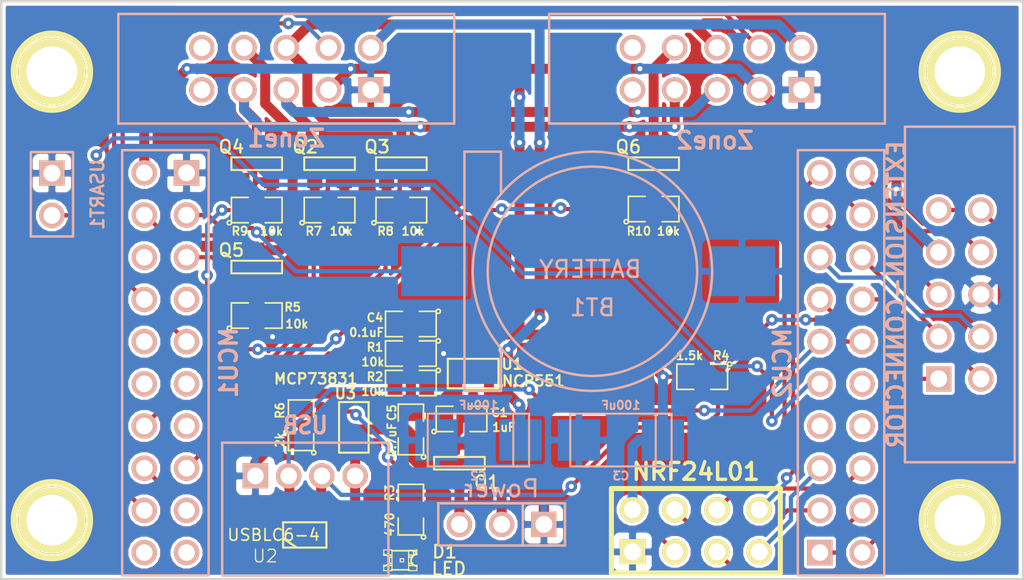
<source format=kicad_pcb>
(kicad_pcb (version 3) (host pcbnew "(2013-may-18)-stable")
  (layers (15 F.Cu signal) (0 B.Cu signal) (18 B.Paste user) (19 F.Paste user) (20 B.SilkS user) (21 F.SilkS user) (22 B.Mask user) (23 F.Mask user) (28 Edge.Cuts user))
  (net 0 "")
  (net 1 +3.3V)
  (net 2 +BATT)
  (net 3 GND)
  (net 4 N-000001)
  (net 5 N-0000010)
  (net 6 N-0000011)
  (net 7 N-0000012)
  (net 8 N-0000013)
  (net 9 N-0000014)
  (net 10 N-0000015)
  (net 11 N-0000016)
  (net 12 N-0000017)
  (net 13 N-0000018)
  (net 14 N-0000019)
  (net 15 N-000002)
  (net 16 N-0000022)
  (net 17 N-0000023)
  (net 18 N-0000024)
  (net 19 N-0000025)
  (net 20 N-0000026)
  (net 21 N-0000027)
  (net 22 N-0000028)
  (net 23 N-000003)
  (net 24 N-0000030)
  (net 25 N-0000031)
  (net 26 N-0000032)
  (net 27 N-0000034)
  (net 28 N-0000035)
  (net 29 N-0000036)
  (net 30 N-0000037)
  (net 31 N-0000038)
  (net 32 N-0000039)
  (net 33 N-000004)
  (net 34 N-0000040)
  (net 35 N-000005)
  (net 36 N-000006)
  (net 37 N-000007)
  (net 38 N-000008)
  (net 39 N-000009)
  (net 40 VCC)
  (module pin_array_10x2 (layer B.Cu) (at 106.14 59.1 90)
    (fp_text reference P6 hide)
    (fp_text value MCU2 (at -0.0312 -3.524 90) (layer B.SilkS) (effects (font (size 1.016 1.016) (thickness 0.2032)) (justify mirror)))
    (pad 1 thru_hole rect (at -11.43 -1.27 90) (size 1.524 1.524) (drill 1) (layers *.Cu *.Mask B.SilkS) (net 32 N-0000039))
    (pad 2 thru_hole circle (at -11.43 1.27 90) (size 1.524 1.524) (drill 1) (layers *.Cu *.Mask B.SilkS) (net 34 N-0000040))
    (pad 3 thru_hole circle (at -8.89 -1.27 90) (size 1.524 1.524) (drill 1) (layers *.Cu *.Mask B.SilkS) (net 6 N-0000011))
    (pad 4 thru_hole circle (at -8.89 1.27 90) (size 1.524 1.524) (drill 1) (layers *.Cu *.Mask B.SilkS) (net 7 N-0000012))
    (pad 5 thru_hole circle (at -6.35 -1.27 90) (size 1.524 1.524) (drill 1) (layers *.Cu *.Mask B.SilkS) (net 9 N-0000014))
    (pad 6 thru_hole circle (at -6.35 1.27 90) (size 1.524 1.524) (drill 1) (layers *.Cu *.Mask B.SilkS) (net 8 N-0000013))
    (pad 7 thru_hole circle (at -3.81 -1.27 90) (size 1.524 1.524) (drill 1) (layers *.Cu *.Mask B.SilkS))
    (pad 8 thru_hole circle (at -3.81 1.27 90) (size 1.524 1.524) (drill 1) (layers *.Cu *.Mask B.SilkS))
    (pad 9 thru_hole circle (at -1.27 -1.27 90) (size 1.524 1.524) (drill 1) (layers *.Cu *.Mask B.SilkS) (net 24 N-0000030))
    (pad 10 thru_hole circle (at -1.27 1.27 90) (size 1.524 1.524) (drill 1) (layers *.Cu *.Mask B.SilkS))
    (pad 11 thru_hole circle (at 1.27 -1.27 90) (size 1.524 1.524) (drill 1) (layers *.Cu *.Mask B.SilkS) (net 17 N-0000023))
    (pad 12 thru_hole circle (at 1.27 1.27 90) (size 1.524 1.524) (drill 1) (layers *.Cu *.Mask B.SilkS) (net 18 N-0000024))
    (pad 13 thru_hole circle (at 3.81 -1.27 90) (size 1.524 1.524) (drill 1) (layers *.Cu *.Mask B.SilkS) (net 10 N-0000015))
    (pad 14 thru_hole circle (at 3.81 1.27 90) (size 1.524 1.524) (drill 1) (layers *.Cu *.Mask B.SilkS) (net 11 N-0000016))
    (pad 15 thru_hole circle (at 6.35 -1.27 90) (size 1.524 1.524) (drill 1) (layers *.Cu *.Mask B.SilkS) (net 13 N-0000018))
    (pad 16 thru_hole circle (at 6.35 1.27 90) (size 1.524 1.524) (drill 1) (layers *.Cu *.Mask B.SilkS) (net 12 N-0000017))
    (pad 17 thru_hole circle (at 8.89 -1.27 90) (size 1.524 1.524) (drill 1) (layers *.Cu *.Mask B.SilkS) (net 14 N-0000019))
    (pad 18 thru_hole circle (at 8.89 1.27 90) (size 1.524 1.524) (drill 1) (layers *.Cu *.Mask B.SilkS) (net 5 N-0000010))
    (pad 19 thru_hole circle (at 11.43 -1.27 90) (size 1.524 1.524) (drill 1) (layers *.Cu *.Mask B.SilkS) (net 16 N-0000022))
    (pad 20 thru_hole circle (at 11.43 1.27 90) (size 1.524 1.524) (drill 1) (layers *.Cu *.Mask B.SilkS) (net 30 N-0000037))
  )
  (module pin_array_10x2 (layer B.Cu) (at 65.5 59.1 270)
    (fp_text reference P3 hide)
    (fp_text value MCU1 (at 0 -3.81 270) (layer B.SilkS) (effects (font (size 1.016 1.016) (thickness 0.2032)) (justify mirror)))
    (pad 1 thru_hole rect (at -11.43 -1.27 270) (size 1.524 1.524) (drill 1) (layers *.Cu *.Mask B.SilkS) (net 3 GND))
    (pad 2 thru_hole circle (at -11.43 1.27 270) (size 1.524 1.524) (drill 1) (layers *.Cu *.Mask B.SilkS) (net 1 +3.3V))
    (pad 3 thru_hole circle (at -8.89 -1.27 270) (size 1.524 1.524) (drill 1) (layers *.Cu *.Mask B.SilkS) (net 2 +BATT))
    (pad 4 thru_hole circle (at -8.89 1.27 270) (size 1.524 1.524) (drill 1) (layers *.Cu *.Mask B.SilkS) (net 26 N-0000032))
    (pad 5 thru_hole circle (at -6.35 -1.27 270) (size 1.524 1.524) (drill 1) (layers *.Cu *.Mask B.SilkS) (net 22 N-0000028))
    (pad 6 thru_hole circle (at -6.35 1.27 270) (size 1.524 1.524) (drill 1) (layers *.Cu *.Mask B.SilkS))
    (pad 7 thru_hole circle (at -3.81 -1.27 270) (size 1.524 1.524) (drill 1) (layers *.Cu *.Mask B.SilkS))
    (pad 8 thru_hole circle (at -3.81 1.27 270) (size 1.524 1.524) (drill 1) (layers *.Cu *.Mask B.SilkS) (net 36 N-000006))
    (pad 9 thru_hole circle (at -1.27 -1.27 270) (size 1.524 1.524) (drill 1) (layers *.Cu *.Mask B.SilkS) (net 29 N-0000036))
    (pad 10 thru_hole circle (at -1.27 1.27 270) (size 1.524 1.524) (drill 1) (layers *.Cu *.Mask B.SilkS))
    (pad 11 thru_hole circle (at 1.27 -1.27 270) (size 1.524 1.524) (drill 1) (layers *.Cu *.Mask B.SilkS))
    (pad 12 thru_hole circle (at 1.27 1.27 270) (size 1.524 1.524) (drill 1) (layers *.Cu *.Mask B.SilkS))
    (pad 13 thru_hole circle (at 3.81 -1.27 270) (size 1.524 1.524) (drill 1) (layers *.Cu *.Mask B.SilkS))
    (pad 14 thru_hole circle (at 3.81 1.27 270) (size 1.524 1.524) (drill 1) (layers *.Cu *.Mask B.SilkS) (net 33 N-000004))
    (pad 15 thru_hole circle (at 6.35 -1.27 270) (size 1.524 1.524) (drill 1) (layers *.Cu *.Mask B.SilkS) (net 23 N-000003))
    (pad 16 thru_hole circle (at 6.35 1.27 270) (size 1.524 1.524) (drill 1) (layers *.Cu *.Mask B.SilkS) (net 27 N-0000034))
    (pad 17 thru_hole circle (at 8.89 -1.27 270) (size 1.524 1.524) (drill 1) (layers *.Cu *.Mask B.SilkS))
    (pad 18 thru_hole circle (at 8.89 1.27 270) (size 1.524 1.524) (drill 1) (layers *.Cu *.Mask B.SilkS) (net 15 N-000002))
    (pad 19 thru_hole circle (at 11.43 -1.27 270) (size 1.524 1.524) (drill 1) (layers *.Cu *.Mask B.SilkS))
    (pad 20 thru_hole circle (at 11.43 1.27 270) (size 1.524 1.524) (drill 1) (layers *.Cu *.Mask B.SilkS))
  )
  (module SOT23GDS (layer F.Cu) (at 70.993 53.34 180)
    (fp_text reference Q5 (at 1.524 1.016 180) (layer F.SilkS) (effects (font (size 0.762 0.762) (thickness 0.12954))))
    (fp_text value MOS_N hide)
    (pad S smd rect (at -0.889 -1.016 180) (size 0.9144 0.9144) (layers F.Cu F.Paste F.Mask) (net 3 GND))
    (pad G smd rect (at 0.889 -1.016 180) (size 0.9144 0.9144) (layers F.Cu F.Paste F.Mask) (net 26 N-0000032))
    (pad D smd rect (at 0 1.016 180) (size 0.9144 0.9144) (layers F.Cu F.Paste F.Mask) (net 39 N-000009))
  )
  (module SOT23GDS (layer F.Cu) (at 94.869 47.117 180)
    (fp_text reference Q6 (at 1.524 1.016 180) (layer F.SilkS) (effects (font (size 0.762 0.762) (thickness 0.12954))))
    (fp_text value MOS_N hide)
    (pad S smd rect (at -0.889 -1.016 180) (size 0.9144 0.9144) (layers F.Cu F.Paste F.Mask) (net 3 GND))
    (pad G smd rect (at 0.889 -1.016 180) (size 0.9144 0.9144) (layers F.Cu F.Paste F.Mask) (net 22 N-0000028))
    (pad D smd rect (at 0 1.016 180) (size 0.9144 0.9144) (layers F.Cu F.Paste F.Mask) (net 28 N-0000035))
  )
  (module SOT23GDS (layer F.Cu) (at 79.6925 47.117 180)
    (fp_text reference Q3 (at 1.4605 1.016 180) (layer F.SilkS) (effects (font (size 0.762 0.762) (thickness 0.12954))))
    (fp_text value MOS_N hide)
    (pad S smd rect (at -0.889 -1.016 180) (size 0.9144 0.9144) (layers F.Cu F.Paste F.Mask) (net 3 GND))
    (pad G smd rect (at 0.889 -1.016 180) (size 0.9144 0.9144) (layers F.Cu F.Paste F.Mask) (net 23 N-000003))
    (pad D smd rect (at 0 1.016 180) (size 0.9144 0.9144) (layers F.Cu F.Paste F.Mask) (net 37 N-000007))
  )
  (module SOT23GDS (layer F.Cu) (at 70.993 47.117 180)
    (fp_text reference Q4 (at 1.524 1.016 180) (layer F.SilkS) (effects (font (size 0.762 0.762) (thickness 0.12954))))
    (fp_text value MOS_N hide)
    (pad S smd rect (at -0.889 -1.016 180) (size 0.9144 0.9144) (layers F.Cu F.Paste F.Mask) (net 3 GND))
    (pad G smd rect (at 0.889 -1.016 180) (size 0.9144 0.9144) (layers F.Cu F.Paste F.Mask) (net 15 N-000002))
    (pad D smd rect (at 0 1.016 180) (size 0.9144 0.9144) (layers F.Cu F.Paste F.Mask) (net 4 N-000001))
  )
  (module SOT23GDS (layer F.Cu) (at 83.185 65.151)
    (fp_text reference Q1 (at 1.651 1.143) (layer F.SilkS) (effects (font (size 0.762 0.762) (thickness 0.12954))))
    (fp_text value MOSFET_P hide)
    (pad S smd rect (at -0.889 -1.016) (size 0.9144 0.9144) (layers F.Cu F.Paste F.Mask) (net 40 VCC))
    (pad G smd rect (at 0.889 -1.016) (size 0.9144 0.9144) (layers F.Cu F.Paste F.Mask) (net 3 GND))
    (pad D smd rect (at 0 1.016) (size 0.9144 0.9144) (layers F.Cu F.Paste F.Mask) (net 35 N-000005))
  )
  (module SOT23GDS (layer F.Cu) (at 75.3745 47.117 180)
    (fp_text reference Q2 (at 1.4605 1.016 180) (layer F.SilkS) (effects (font (size 0.762 0.762) (thickness 0.12954))))
    (fp_text value MOS_N hide)
    (pad S smd rect (at -0.889 -1.016 180) (size 0.9144 0.9144) (layers F.Cu F.Paste F.Mask) (net 3 GND))
    (pad G smd rect (at 0.889 -1.016 180) (size 0.9144 0.9144) (layers F.Cu F.Paste F.Mask) (net 33 N-000004))
    (pad D smd rect (at 0 1.016 180) (size 0.9144 0.9144) (layers F.Cu F.Paste F.Mask) (net 38 N-000008))
  )
  (module SOT23_6 (layer F.Cu) (at 73.914 69.469)
    (fp_text reference U2 (at -2.413 1.27) (layer F.SilkS) (effects (font (size 0.762 0.762) (thickness 0.0762))))
    (fp_text value USBLC6-4 (at -1.905 0) (layer F.SilkS) (effects (font (size 0.7 0.7) (thickness 0.1))))
    (pad 6 smd rect (at -0.9525 -1.27) (size 0.70104 1.00076) (layers F.Cu F.Paste F.Mask) (net 17 N-0000023))
    (pad 5 smd rect (at 0 -1.27) (size 0.70104 1.00076) (layers F.Cu F.Paste F.Mask) (net 31 N-0000038))
    (pad 4 smd rect (at 0.9525 -1.27) (size 0.70104 1.00076) (layers F.Cu F.Paste F.Mask) (net 18 N-0000024))
    (pad 3 smd rect (at 0.9525 1.27) (size 0.70104 1.00076) (layers F.Cu F.Paste F.Mask))
    (pad 2 smd rect (at 0 1.27) (size 0.70104 1.00076) (layers F.Cu F.Paste F.Mask))
    (pad 1 smd rect (at -0.9525 1.27) (size 0.70104 1.00076) (layers F.Cu F.Paste F.Mask))
  )
  (module SOT23-5 (layer F.Cu) (at 84.0105 59.7535)
    (fp_text reference U1 (at 2.3495 -0.5715) (layer F.SilkS) (effects (font (size 0.635 0.635) (thickness 0.127))))
    (fp_text value NCP551 (at 3.6195 0.4445) (layer F.SilkS) (effects (font (size 0.635 0.635) (thickness 0.127))))
    (pad 1 smd rect (at -0.9525 1.27) (size 0.508 0.762) (layers F.Cu F.Paste F.Mask) (net 40 VCC))
    (pad 3 smd rect (at 0.9525 1.27) (size 0.508 0.762) (layers F.Cu F.Paste F.Mask) (net 40 VCC))
    (pad 5 smd rect (at -0.9525 -1.27) (size 0.508 0.762) (layers F.Cu F.Paste F.Mask) (net 1 +3.3V))
    (pad 2 smd rect (at 0 1.27) (size 0.508 0.762) (layers F.Cu F.Paste F.Mask) (net 3 GND))
    (pad 4 smd rect (at 0.9525 -1.27) (size 0.508 0.762) (layers F.Cu F.Paste F.Mask))
  )
  (module SOT23-5 (layer F.Cu) (at 76.835 62.992 270)
    (fp_text reference U3 (at -2.032 0.508 360) (layer F.SilkS) (effects (font (size 0.635 0.635) (thickness 0.127))))
    (fp_text value MCP73831 (at -2.921 2.286 360) (layer F.SilkS) (effects (font (size 0.635 0.635) (thickness 0.127))))
    (pad 1 smd rect (at -0.9525 1.27 270) (size 0.508 0.762) (layers F.Cu F.Paste F.Mask) (net 21 N-0000027))
    (pad 3 smd rect (at 0.9525 1.27 270) (size 0.508 0.762) (layers F.Cu F.Paste F.Mask) (net 19 N-0000025))
    (pad 5 smd rect (at -0.9525 -1.27 270) (size 0.508 0.762) (layers F.Cu F.Paste F.Mask) (net 20 N-0000026))
    (pad 2 smd rect (at 0 1.27 270) (size 0.508 0.762) (layers F.Cu F.Paste F.Mask) (net 3 GND))
    (pad 4 smd rect (at 0.9525 -1.27 270) (size 0.508 0.762) (layers F.Cu F.Paste F.Mask) (net 31 N-0000038))
  )
  (module SM0805 (layer F.Cu) (at 80.264 60.325 180)
    (fp_text reference R2 (at 2.159 0.381 180) (layer F.SilkS) (effects (font (size 0.50038 0.50038) (thickness 0.10922))))
    (fp_text value 10k (at 2.286 -0.508 180) (layer F.SilkS) (effects (font (size 0.50038 0.50038) (thickness 0.10922))))
    (pad 1 smd rect (at -0.9525 0 180) (size 0.889 1.397) (layers F.Cu F.Paste F.Mask) (net 40 VCC))
    (pad 2 smd rect (at 0.9525 0 180) (size 0.889 1.397) (layers F.Cu F.Paste F.Mask) (net 27 N-0000034))
  )
  (module SM0805 (layer F.Cu) (at 79.6925 49.911)
    (fp_text reference R8 (at -0.9525 1.27) (layer F.SilkS) (effects (font (size 0.50038 0.50038) (thickness 0.10922))))
    (fp_text value 10k (at 0.6985 1.27) (layer F.SilkS) (effects (font (size 0.50038 0.50038) (thickness 0.10922))))
    (pad 1 smd rect (at -0.9525 0) (size 0.889 1.397) (layers F.Cu F.Paste F.Mask) (net 23 N-000003))
    (pad 2 smd rect (at 0.9525 0) (size 0.889 1.397) (layers F.Cu F.Paste F.Mask) (net 3 GND))
  )
  (module SM0805 (layer F.Cu) (at 97.79 59.944 180)
    (fp_text reference R4 (at -1.143 1.27 180) (layer F.SilkS) (effects (font (size 0.50038 0.50038) (thickness 0.10922))))
    (fp_text value 1.5k (at 0.762 1.27 180) (layer F.SilkS) (effects (font (size 0.50038 0.50038) (thickness 0.10922))))
    (pad 1 smd rect (at -0.9525 0 180) (size 0.889 1.397) (layers F.Cu F.Paste F.Mask) (net 18 N-0000024))
    (pad 2 smd rect (at 0.9525 0 180) (size 0.889 1.397) (layers F.Cu F.Paste F.Mask) (net 1 +3.3V))
  )
  (module SM0805 (layer F.Cu) (at 80.264 63.119 90)
    (fp_text reference C5 (at 1.016 -1.143 90) (layer F.SilkS) (effects (font (size 0.50038 0.50038) (thickness 0.10922))))
    (fp_text value 4.7uF (at -0.635 -1.143 90) (layer F.SilkS) (effects (font (size 0.50038 0.50038) (thickness 0.10922))))
    (pad 1 smd rect (at -0.9525 0 90) (size 0.889 1.397) (layers F.Cu F.Paste F.Mask) (net 19 N-0000025))
    (pad 2 smd rect (at 0.9525 0 90) (size 0.889 1.397) (layers F.Cu F.Paste F.Mask) (net 20 N-0000026))
  )
  (module SM0805 (layer F.Cu) (at 73.66 62.865 90)
    (fp_text reference R6 (at 0.889 -1.27 90) (layer F.SilkS) (effects (font (size 0.50038 0.50038) (thickness 0.10922))))
    (fp_text value 2k (at -0.889 -1.27 90) (layer F.SilkS) (effects (font (size 0.50038 0.50038) (thickness 0.10922))))
    (pad 1 smd rect (at -0.9525 0 90) (size 0.889 1.397) (layers F.Cu F.Paste F.Mask) (net 3 GND))
    (pad 2 smd rect (at 0.9525 0 90) (size 0.889 1.397) (layers F.Cu F.Paste F.Mask) (net 20 N-0000026))
  )
  (module SM0805 (layer F.Cu) (at 80.264 67.945 90)
    (fp_text reference R3 (at 1.016 -1.27 90) (layer F.SilkS) (effects (font (size 0.50038 0.50038) (thickness 0.10922))))
    (fp_text value 470 (at -0.889 -1.27 90) (layer F.SilkS) (effects (font (size 0.50038 0.50038) (thickness 0.10922))))
    (pad 1 smd rect (at -0.9525 0 90) (size 0.889 1.397) (layers F.Cu F.Paste F.Mask) (net 25 N-0000031))
    (pad 2 smd rect (at 0.9525 0 90) (size 0.889 1.397) (layers F.Cu F.Paste F.Mask) (net 21 N-0000027))
  )
  (module SM0805 (layer F.Cu) (at 70.993 49.911)
    (fp_text reference R9 (at -1.016 1.27) (layer F.SilkS) (effects (font (size 0.50038 0.50038) (thickness 0.10922))))
    (fp_text value 10k (at 0.889 1.27) (layer F.SilkS) (effects (font (size 0.50038 0.50038) (thickness 0.10922))))
    (pad 1 smd rect (at -0.9525 0) (size 0.889 1.397) (layers F.Cu F.Paste F.Mask) (net 15 N-000002))
    (pad 2 smd rect (at 0.9525 0) (size 0.889 1.397) (layers F.Cu F.Paste F.Mask) (net 3 GND))
  )
  (module SM0805 (layer F.Cu) (at 80.264 56.769 180)
    (fp_text reference C4 (at 2.159 0.381 180) (layer F.SilkS) (effects (font (size 0.50038 0.50038) (thickness 0.10922))))
    (fp_text value 0.1uF (at 2.667 -0.508 180) (layer F.SilkS) (effects (font (size 0.50038 0.50038) (thickness 0.10922))))
    (pad 1 smd rect (at -0.9525 0 180) (size 0.889 1.397) (layers F.Cu F.Paste F.Mask) (net 3 GND))
    (pad 2 smd rect (at 0.9525 0 180) (size 0.889 1.397) (layers F.Cu F.Paste F.Mask) (net 27 N-0000034))
  )
  (module SM0805 (layer F.Cu) (at 80.264 58.547 180)
    (fp_text reference R1 (at 2.159 0.381 180) (layer F.SilkS) (effects (font (size 0.50038 0.50038) (thickness 0.10922))))
    (fp_text value 10k (at 2.286 -0.508 180) (layer F.SilkS) (effects (font (size 0.50038 0.50038) (thickness 0.10922))))
    (pad 1 smd rect (at -0.9525 0 180) (size 0.889 1.397) (layers F.Cu F.Paste F.Mask) (net 3 GND))
    (pad 2 smd rect (at 0.9525 0 180) (size 0.889 1.397) (layers F.Cu F.Paste F.Mask) (net 27 N-0000034))
  )
  (module SM0805 (layer F.Cu) (at 75.3745 49.911)
    (fp_text reference R7 (at -0.9525 1.27) (layer F.SilkS) (effects (font (size 0.50038 0.50038) (thickness 0.10922))))
    (fp_text value 10k (at 0.6985 1.27) (layer F.SilkS) (effects (font (size 0.50038 0.50038) (thickness 0.10922))))
    (pad 1 smd rect (at -0.9525 0) (size 0.889 1.397) (layers F.Cu F.Paste F.Mask) (net 33 N-000004))
    (pad 2 smd rect (at 0.9525 0) (size 0.889 1.397) (layers F.Cu F.Paste F.Mask) (net 3 GND))
  )
  (module SM0805 (layer F.Cu) (at 83.312 62.484)
    (fp_text reference C1 (at 2.286 -0.381) (layer F.SilkS) (effects (font (size 0.50038 0.50038) (thickness 0.10922))))
    (fp_text value 1uF (at 2.54 0.508) (layer F.SilkS) (effects (font (size 0.50038 0.50038) (thickness 0.10922))))
    (pad 1 smd rect (at -0.9525 0) (size 0.889 1.397) (layers F.Cu F.Paste F.Mask) (net 40 VCC))
    (pad 2 smd rect (at 0.9525 0) (size 0.889 1.397) (layers F.Cu F.Paste F.Mask) (net 3 GND))
  )
  (module SM0805 (layer F.Cu) (at 70.993 56.261)
    (fp_text reference R5 (at 2.159 -0.508) (layer F.SilkS) (effects (font (size 0.50038 0.50038) (thickness 0.10922))))
    (fp_text value 10k (at 2.413 0.508) (layer F.SilkS) (effects (font (size 0.50038 0.50038) (thickness 0.10922))))
    (pad 1 smd rect (at -0.9525 0) (size 0.889 1.397) (layers F.Cu F.Paste F.Mask) (net 26 N-0000032))
    (pad 2 smd rect (at 0.9525 0) (size 0.889 1.397) (layers F.Cu F.Paste F.Mask) (net 3 GND))
  )
  (module pin_array_4x2 (layer F.Cu) (at 97.409 69.215)
    (fp_text reference P8 hide)
    (fp_text value NRF24L01 (at 0 -3.556) (layer F.SilkS) (effects (font (size 1.016 1.016) (thickness 0.2032))))
    (pad 1 thru_hole rect (at -3.81 1.27) (size 1.524 1.524) (drill 1.016) (layers *.Cu *.Mask F.SilkS) (net 3 GND))
    (pad 2 thru_hole circle (at -3.81 -1.27) (size 1.524 1.524) (drill 1.016) (layers *.Cu *.Mask F.SilkS) (net 1 +3.3V))
    (pad 3 thru_hole circle (at -1.27 1.27) (size 1.524 1.524) (drill 1.016) (layers *.Cu *.Mask F.SilkS) (net 5 N-0000010))
    (pad 4 thru_hole circle (at -1.27 -1.27) (size 1.524 1.524) (drill 1.016) (layers *.Cu *.Mask F.SilkS) (net 6 N-0000011))
    (pad 5 thru_hole circle (at 1.27 1.27) (size 1.524 1.524) (drill 1.016) (layers *.Cu *.Mask F.SilkS) (net 7 N-0000012))
    (pad 6 thru_hole circle (at 1.27 -1.27) (size 1.524 1.524) (drill 1.016) (layers *.Cu *.Mask F.SilkS) (net 8 N-0000013))
    (pad 7 thru_hole circle (at 3.81 1.27) (size 1.524 1.524) (drill 1.016) (layers *.Cu *.Mask F.SilkS) (net 9 N-0000014))
    (pad 8 thru_hole circle (at 3.81 -1.27) (size 1.524 1.524) (drill 1.016) (layers *.Cu *.Mask F.SilkS) (net 16 N-0000022))
  )
  (module PIN_ARRAY_3X1 (layer B.Cu) (at 85.725 68.834 180)
    (fp_text reference K1 hide)
    (fp_text value Power (at 0 2.159 180) (layer B.SilkS) (effects (font (size 1.016 1.016) (thickness 0.1524)) (justify mirror)))
    (pad 1 thru_hole rect (at -2.54 0 180) (size 1.524 1.524) (drill 1.016) (layers *.Cu *.Mask B.SilkS) (net 3 GND))
    (pad 2 thru_hole circle (at 0 0 180) (size 1.524 1.524) (drill 1.016) (layers *.Cu *.Mask B.SilkS) (net 19 N-0000025))
    (pad 3 thru_hole circle (at 2.54 0 180) (size 1.524 1.524) (drill 1.016) (layers *.Cu *.Mask B.SilkS) (net 35 N-000005))
  )
  (module PIN_ARRAY_2X1 (layer B.Cu) (at 58.674 48.9585 270)
    (fp_text reference P4 hide)
    (fp_text value USART1 (at 0.0127 -2.7432 270) (layer B.SilkS) (effects (font (size 0.762 0.762) (thickness 0.1524)) (justify mirror)))
    (pad 1 thru_hole rect (at -1.27 0 270) (size 1.524 1.524) (drill 1.016) (layers *.Cu *.Mask B.SilkS) (net 3 GND))
    (pad 2 thru_hole circle (at 1.27 0 270) (size 1.524 1.524) (drill 1.016) (layers *.Cu *.Mask B.SilkS) (net 24 N-0000030))
  )
  (module LED-0805 (layer F.Cu) (at 79.629 70.993)
    (fp_text reference D1 (at 2.667 -0.508) (layer F.SilkS) (effects (font (size 0.762 0.762) (thickness 0.127))))
    (fp_text value LED (at 2.921 0.508) (layer F.SilkS) (effects (font (size 0.762 0.762) (thickness 0.127))))
    (pad 1 smd rect (at -1.04902 0) (size 1.19888 1.19888) (layers F.Cu F.Paste F.Mask) (net 31 N-0000038))
    (pad 2 smd rect (at 1.04902 0) (size 1.19888 1.19888) (layers F.Cu F.Paste F.Mask) (net 25 N-0000031))
  )
  (module CR1220-smd (layer B.Cu) (at 91.186 53.594)
    (fp_text reference BT1 (at 0 2.1844) (layer B.SilkS) (effects (justify mirror)))
    (fp_text value BATTERY (at -0.127 -0.127) (layer B.SilkS) (effects (justify mirror)))
    (pad 1 smd rect (at -9.5 0) (size 4 3) (layers B.Cu B.Paste B.Mask) (net 2 +BATT))
    (pad 2 smd rect (at 9 0) (size 4 3) (layers B.Cu B.Paste B.Mask) (net 3 GND))
  )
  (module c_tant_C (layer B.Cu) (at 84.328 63.754)
    (fp_text reference C2 (at 0 2.159) (layer B.SilkS) (effects (font (size 0.50038 0.50038) (thickness 0.11938)) (justify mirror)))
    (fp_text value 100uF (at 0 -2.0955) (layer B.SilkS) (effects (font (size 0.50038 0.50038) (thickness 0.11938)) (justify mirror)))
    (pad 1 smd rect (at 2.52476 0) (size 2.55016 2.49936) (layers B.Cu B.Paste B.Mask) (net 40 VCC))
    (pad 2 smd rect (at -2.52476 0) (size 2.55016 2.49936) (layers B.Cu B.Paste B.Mask) (net 3 GND))
  )
  (module c_tant_C (layer B.Cu) (at 92.9005 63.754)
    (fp_text reference C3 (at 0 2.159) (layer B.SilkS) (effects (font (size 0.50038 0.50038) (thickness 0.11938)) (justify mirror)))
    (fp_text value 100uF (at 0 -2.0955) (layer B.SilkS) (effects (font (size 0.50038 0.50038) (thickness 0.11938)) (justify mirror)))
    (pad 1 smd rect (at 2.52476 0) (size 2.55016 2.49936) (layers B.Cu B.Paste B.Mask) (net 1 +3.3V))
    (pad 2 smd rect (at -2.52476 0) (size 2.55016 2.49936) (layers B.Cu B.Paste B.Mask) (net 3 GND))
  )
  (module PIN_ARRAY-4X1-2mm-horiz (layer B.Cu) (at 73.914 65.913)
    (fp_text reference P1 hide)
    (fp_text value USB (at 0 -3.048) (layer B.SilkS) (effects (font (size 1.016 0.889) (thickness 0.2032)) (justify mirror)))
    (pad 1 thru_hole rect (at -3 0) (size 1.524 1.524) (drill 1) (layers *.Cu *.Mask B.SilkS) (net 3 GND))
    (pad 2 thru_hole circle (at -1 0) (size 1.524 1.524) (drill 1) (layers *.Cu *.Mask B.SilkS) (net 17 N-0000023))
    (pad 3 thru_hole circle (at 1 0) (size 1.524 1.524) (drill 1) (layers *.Cu *.Mask B.SilkS) (net 18 N-0000024))
    (pad 4 thru_hole circle (at 3 0) (size 1.524 1.524) (drill 1) (layers *.Cu *.Mask B.SilkS) (net 31 N-0000038))
  )
  (module PIN_ARRAY_5x2_SOCKET (layer B.Cu) (at 72.771 41.402 180)
    (fp_text reference P9 hide)
    (fp_text value Zone1 (at 0 -4.191 180) (layer B.SilkS) (effects (font (size 1.016 1.016) (thickness 0.2032)) (justify mirror)))
    (pad 1 thru_hole rect (at -5.08 -1.27 180) (size 1.524 1.524) (drill 1.016) (layers *.Cu *.Mask B.SilkS) (net 3 GND))
    (pad 2 thru_hole circle (at -5.08 1.27 180) (size 1.524 1.524) (drill 1.016) (layers *.Cu *.Mask B.SilkS) (net 40 VCC))
    (pad 3 thru_hole circle (at -2.54 -1.27 180) (size 1.524 1.524) (drill 1.016) (layers *.Cu *.Mask B.SilkS) (net 1 +3.3V))
    (pad 4 thru_hole circle (at -2.54 1.27 180) (size 1.524 1.524) (drill 1.016) (layers *.Cu *.Mask B.SilkS) (net 36 N-000006))
    (pad 5 thru_hole circle (at 0 -1.27 180) (size 1.524 1.524) (drill 1.016) (layers *.Cu *.Mask B.SilkS) (net 38 N-000008))
    (pad 6 thru_hole circle (at 0 1.27 180) (size 1.524 1.524) (drill 1.016) (layers *.Cu *.Mask B.SilkS) (net 37 N-000007))
    (pad 7 thru_hole circle (at 2.54 -1.27 180) (size 1.524 1.524) (drill 1.016) (layers *.Cu *.Mask B.SilkS) (net 4 N-000001))
    (pad 8 thru_hole circle (at 2.54 1.27 180) (size 1.524 1.524) (drill 1.016) (layers *.Cu *.Mask B.SilkS) (net 39 N-000009))
    (pad 9 thru_hole circle (at 5.08 -1.27 180) (size 1.524 1.524) (drill 1.016) (layers *.Cu *.Mask B.SilkS))
    (pad 10 thru_hole circle (at 5.08 1.27 180) (size 1.524 1.524) (drill 1.016) (layers *.Cu *.Mask B.SilkS))
  )
  (module PIN_ARRAY_5x2_SOCKET (layer B.Cu) (at 98.679 41.402 180)
    (fp_text reference P2 hide)
    (fp_text value Zone2 (at 0.127 -4.318 180) (layer B.SilkS) (effects (font (size 1.016 1.016) (thickness 0.2032)) (justify mirror)))
    (pad 1 thru_hole rect (at -5.08 -1.27 180) (size 1.524 1.524) (drill 1.016) (layers *.Cu *.Mask B.SilkS) (net 3 GND))
    (pad 2 thru_hole circle (at -5.08 1.27 180) (size 1.524 1.524) (drill 1.016) (layers *.Cu *.Mask B.SilkS) (net 40 VCC))
    (pad 3 thru_hole circle (at -2.54 -1.27 180) (size 1.524 1.524) (drill 1.016) (layers *.Cu *.Mask B.SilkS) (net 1 +3.3V))
    (pad 4 thru_hole circle (at -2.54 1.27 180) (size 1.524 1.524) (drill 1.016) (layers *.Cu *.Mask B.SilkS) (net 29 N-0000036))
    (pad 5 thru_hole circle (at 0 -1.27 180) (size 1.524 1.524) (drill 1.016) (layers *.Cu *.Mask B.SilkS) (net 38 N-000008))
    (pad 6 thru_hole circle (at 0 1.27 180) (size 1.524 1.524) (drill 1.016) (layers *.Cu *.Mask B.SilkS) (net 37 N-000007))
    (pad 7 thru_hole circle (at 2.54 -1.27 180) (size 1.524 1.524) (drill 1.016) (layers *.Cu *.Mask B.SilkS) (net 4 N-000001))
    (pad 8 thru_hole circle (at 2.54 1.27 180) (size 1.524 1.524) (drill 1.016) (layers *.Cu *.Mask B.SilkS) (net 28 N-0000035))
    (pad 9 thru_hole circle (at 5.08 -1.27 180) (size 1.524 1.524) (drill 1.016) (layers *.Cu *.Mask B.SilkS))
    (pad 10 thru_hole circle (at 5.08 1.27 180) (size 1.524 1.524) (drill 1.016) (layers *.Cu *.Mask B.SilkS))
  )
  (module PIN_ARRAY_5x2_SOCKET (layer B.Cu) (at 113.284 54.991 90)
    (fp_text reference P5 hide)
    (fp_text value EXTENSION-CONNECTOR (at 0 -3.81 90) (layer B.SilkS) (effects (font (size 1.016 1.016) (thickness 0.2032)) (justify mirror)))
    (pad 1 thru_hole rect (at -5.08 -1.27 90) (size 1.524 1.524) (drill 1.016) (layers *.Cu *.Mask B.SilkS) (net 10 N-0000015))
    (pad 2 thru_hole circle (at -5.08 1.27 90) (size 1.524 1.524) (drill 1.016) (layers *.Cu *.Mask B.SilkS) (net 11 N-0000016))
    (pad 3 thru_hole circle (at -2.54 -1.27 90) (size 1.524 1.524) (drill 1.016) (layers *.Cu *.Mask B.SilkS) (net 12 N-0000017))
    (pad 4 thru_hole circle (at -2.54 1.27 90) (size 1.524 1.524) (drill 1.016) (layers *.Cu *.Mask B.SilkS) (net 13 N-0000018))
    (pad 5 thru_hole circle (at 0 -1.27 90) (size 1.524 1.524) (drill 1.016) (layers *.Cu *.Mask B.SilkS) (net 14 N-0000019))
    (pad 6 thru_hole circle (at 0 1.27 90) (size 1.524 1.524) (drill 1.016) (layers *.Cu *.Mask B.SilkS) (net 3 GND))
    (pad 7 thru_hole circle (at 2.54 -1.27 90) (size 1.524 1.524) (drill 1.016) (layers *.Cu *.Mask B.SilkS) (net 1 +3.3V))
    (pad 8 thru_hole circle (at 2.54 1.27 90) (size 1.524 1.524) (drill 1.016) (layers *.Cu *.Mask B.SilkS) (net 30 N-0000037))
    (pad 9 thru_hole circle (at 5.08 -1.27 90) (size 1.524 1.524) (drill 1.016) (layers *.Cu *.Mask B.SilkS) (net 32 N-0000039))
    (pad 10 thru_hole circle (at 5.08 1.27 90) (size 1.524 1.524) (drill 1.016) (layers *.Cu *.Mask B.SilkS) (net 34 N-0000040))
  )
  (module 1pin (layer F.Cu) (at 58.674 68.58)
    (fp_text reference 1PIN hide)
    (fp_text value P*** hide)
    (pad 1 thru_hole circle (at 0 0) (size 4.064 4.064) (drill 3.048) (layers *.Cu *.Mask F.SilkS))
  )
  (module 1pin (layer F.Cu) (at 58.674 41.58)
    (fp_text reference 1PIN hide)
    (fp_text value P*** hide)
    (pad 1 thru_hole circle (at 0 0) (size 4.064 4.064) (drill 3.048) (layers *.Cu *.Mask F.SilkS))
  )
  (module 1pin (layer F.Cu) (at 113.284 41.58)
    (fp_text reference 1PIN hide)
    (fp_text value P*** hide)
    (pad 1 thru_hole circle (at 0 0) (size 4.064 4.064) (drill 3.048) (layers *.Cu *.Mask F.SilkS))
  )
  (module 1pin (layer F.Cu) (at 113.284 68.58)
    (fp_text reference 1PIN hide)
    (fp_text value P*** hide)
    (pad 1 thru_hole circle (at 0 0) (size 4.064 4.064) (drill 3.048) (layers *.Cu *.Mask F.SilkS))
  )
  (module SM0805 (layer F.Cu) (at 94.869 49.8475)
    (fp_text reference R10 (at -0.889 1.3335) (layer F.SilkS) (effects (font (size 0.50038 0.50038) (thickness 0.10922))))
    (fp_text value 10k (at 0.889 1.3335) (layer F.SilkS) (effects (font (size 0.50038 0.50038) (thickness 0.10922))))
    (pad 1 smd rect (at -0.9525 0) (size 0.889 1.397) (layers F.Cu F.Paste F.Mask) (net 22 N-0000028))
    (pad 2 smd rect (at 0.9525 0) (size 0.889 1.397) (layers F.Cu F.Paste F.Mask) (net 3 GND))
  )
  (gr_line (start 55.626 72.136) (end 55.626 37.338) (angle 90) (layer Edge.Cuts) (width 0.15))
  (gr_line (start 117.094 72.136) (end 55.626 72.136) (angle 90) (layer Edge.Cuts) (width 0.15))
  (gr_line (start 117.094 37.338) (end 117.094 72.136) (angle 90) (layer Edge.Cuts) (width 0.15))
  (gr_line (start 55.626 37.338) (end 117.094 37.338) (angle 90) (layer Edge.Cuts) (width 0.15))
  (segment (start 76.708 41.402) (end 76.6445 41.402) (width 0.6) (layer F.Cu) (net 1))
  (via (at 76.6445 41.402) (size 0.7) (layers F.Cu B.Cu) (net 1))
  (segment (start 64.23 43.974) (end 64.23 47.67) (width 0.6) (layer F.Cu) (net 1))
  (segment (start 66.802 41.402) (end 64.23 43.974) (width 0.6) (layer F.Cu) (net 1))
  (via (at 66.802 41.402) (size 0.7) (layers F.Cu B.Cu) (net 1))
  (segment (start 76.6445 41.402) (end 66.802 41.402) (width 0.6) (layer B.Cu) (net 1))
  (segment (start 112.014 52.451) (end 110.109 50.546) (width 0.6) (layer B.Cu) (net 1))
  (segment (start 103.124 44.577) (end 101.219 42.672) (width 0.6) (layer F.Cu) (net 1))
  (segment (start 106.426 44.577) (end 103.124 44.577) (width 0.6) (layer F.Cu) (net 1))
  (segment (start 109.474 47.625) (end 106.426 44.577) (width 0.6) (layer F.Cu) (net 1))
  (segment (start 109.474 48.641) (end 109.474 47.625) (width 0.6) (layer F.Cu) (net 1))
  (via (at 109.474 48.641) (size 0.7) (layers F.Cu B.Cu) (net 1))
  (segment (start 109.474 49.911) (end 109.474 48.641) (width 0.6) (layer B.Cu) (net 1))
  (segment (start 110.109 50.546) (end 109.474 49.911) (width 0.6) (layer B.Cu) (net 1))
  (segment (start 95.4405 59.944) (end 96.8375 59.944) (width 0.254) (layer F.Cu) (net 1))
  (segment (start 93.599 67.945) (end 93.599 64.135) (width 0.6) (layer B.Cu) (net 1))
  (segment (start 93.98 63.754) (end 95.42526 63.754) (width 0.6) (layer B.Cu) (net 1))
  (segment (start 93.599 64.135) (end 93.98 63.754) (width 0.6) (layer B.Cu) (net 1))
  (segment (start 86.8045 57.0865) (end 86.8045 57.404) (width 0.6) (layer F.Cu) (net 1))
  (segment (start 86.8045 57.15) (end 86.8045 57.404) (width 0.6) (layer F.Cu) (net 1))
  (segment (start 86.8045 57.404) (end 86.8045 57.15) (width 0.6) (layer F.Cu) (net 1))
  (segment (start 86.8045 55.626) (end 86.8045 57.0865) (width 0.6) (layer F.Cu) (net 1))
  (segment (start 86.8045 45.847) (end 86.8045 55.626) (width 0.6) (layer F.Cu) (net 1))
  (via (at 86.8045 45.847) (size 0.7) (layers F.Cu B.Cu) (net 1))
  (segment (start 86.8045 43.1165) (end 86.8045 45.847) (width 0.6) (layer B.Cu) (net 1))
  (via (at 86.8045 43.1165) (size 0.7) (layers F.Cu B.Cu) (net 1))
  (segment (start 86.8045 41.402) (end 86.8045 43.1165) (width 0.6) (layer F.Cu) (net 1))
  (segment (start 86.8045 57.404) (end 92.9005 57.404) (width 0.6) (layer F.Cu) (net 1))
  (segment (start 86.8045 41.402) (end 94.0435 41.402) (width 0.6) (layer F.Cu) (net 1))
  (segment (start 83.058 58.4835) (end 83.058 57.7215) (width 0.6) (layer F.Cu) (net 1))
  (segment (start 83.058 57.7215) (end 83.3755 57.404) (width 0.6) (layer F.Cu) (net 1))
  (segment (start 83.3755 57.404) (end 86.8045 57.404) (width 0.6) (layer F.Cu) (net 1))
  (segment (start 95.42526 59.95924) (end 95.42526 63.754) (width 0.6) (layer B.Cu) (net 1))
  (segment (start 92.9005 57.404) (end 95.4405 59.944) (width 0.6) (layer F.Cu) (net 1))
  (via (at 95.4405 59.944) (size 0.7) (layers F.Cu B.Cu) (net 1))
  (segment (start 95.4405 59.944) (end 95.42526 59.95924) (width 0.6) (layer B.Cu) (net 1))
  (segment (start 75.311 42.672) (end 75.3745 42.672) (width 0.6) (layer F.Cu) (net 1))
  (segment (start 99.949 41.402) (end 101.219 42.672) (width 0.6) (layer B.Cu) (net 1))
  (segment (start 98.171 41.402) (end 99.949 41.402) (width 0.6) (layer B.Cu) (net 1))
  (segment (start 94.0435 41.402) (end 98.171 41.402) (width 0.6) (layer B.Cu) (net 1))
  (via (at 94.0435 41.402) (size 0.7) (layers F.Cu B.Cu) (net 1))
  (segment (start 76.708 41.402) (end 86.8045 41.402) (width 0.6) (layer F.Cu) (net 1))
  (segment (start 75.3745 42.672) (end 76.6445 41.402) (width 0.6) (layer F.Cu) (net 1))
  (segment (start 66.77 50.21) (end 68.0535 50.21) (width 0.254) (layer F.Cu) (net 2))
  (segment (start 73.3425 53.594) (end 81.686 53.594) (width 0.254) (layer B.Cu) (net 2))
  (segment (start 70.993 51.2445) (end 73.3425 53.594) (width 0.254) (layer B.Cu) (net 2))
  (via (at 70.993 51.2445) (size 0.7) (layers F.Cu B.Cu) (net 2))
  (segment (start 70.739 50.9905) (end 70.993 51.2445) (width 0.254) (layer F.Cu) (net 2))
  (segment (start 68.834 50.9905) (end 70.739 50.9905) (width 0.254) (layer F.Cu) (net 2))
  (segment (start 68.0535 50.21) (end 68.834 50.9905) (width 0.254) (layer F.Cu) (net 2))
  (segment (start 66.77 50.21) (end 66.77 50.22) (width 0.4) (layer B.Cu) (net 2))
  (segment (start 95.8215 49.8475) (end 95.8215 51.1175) (width 0.6) (layer F.Cu) (net 3))
  (via (at 95.885 51.181) (size 0.7) (layers F.Cu B.Cu) (net 3))
  (segment (start 95.8215 51.1175) (end 95.885 51.181) (width 0.6) (layer F.Cu) (net 3))
  (segment (start 81.2165 58.547) (end 82.2325 58.547) (width 0.254) (layer F.Cu) (net 3))
  (via (at 82.2325 58.547) (size 0.7) (layers F.Cu B.Cu) (net 3))
  (segment (start 84.0105 61.0235) (end 84.0105 62.23) (width 0.6) (layer F.Cu) (net 3))
  (segment (start 84.0105 62.23) (end 84.2645 62.484) (width 0.6) (layer F.Cu) (net 3))
  (segment (start 88.265 68.834) (end 88.265 67.691) (width 0.6) (layer F.Cu) (net 3))
  (segment (start 81.2165 56.769) (end 81.2165 58.547) (width 0.254) (layer F.Cu) (net 3))
  (segment (start 84.2645 62.484) (end 84.2645 63.9445) (width 0.6) (layer F.Cu) (net 3))
  (segment (start 84.2645 63.9445) (end 84.074 64.135) (width 0.6) (layer F.Cu) (net 3))
  (segment (start 95.758 48.133) (end 95.758 49.784) (width 0.6) (layer F.Cu) (net 3))
  (segment (start 95.758 49.784) (end 95.8215 49.8475) (width 0.6) (layer F.Cu) (net 3))
  (segment (start 71.9455 56.261) (end 71.9455 57.531) (width 0.6) (layer F.Cu) (net 3))
  (via (at 71.9455 57.531) (size 0.7) (layers F.Cu B.Cu) (net 3))
  (segment (start 80.645 49.911) (end 80.645 51.181) (width 0.6) (layer F.Cu) (net 3))
  (via (at 80.645 51.181) (size 0.7) (layers F.Cu B.Cu) (net 3))
  (segment (start 76.327 49.911) (end 76.327 51.181) (width 0.6) (layer F.Cu) (net 3))
  (via (at 76.327 51.181) (size 0.7) (layers F.Cu B.Cu) (net 3))
  (segment (start 71.9455 49.911) (end 71.9455 51.181) (width 0.6) (layer F.Cu) (net 3))
  (via (at 71.9455 51.181) (size 0.7) (layers F.Cu B.Cu) (net 3))
  (segment (start 71.882 54.356) (end 71.882 56.1975) (width 0.6) (layer F.Cu) (net 3))
  (segment (start 71.882 56.1975) (end 71.9455 56.261) (width 0.6) (layer F.Cu) (net 3))
  (segment (start 80.5815 48.133) (end 80.5815 49.8475) (width 0.6) (layer F.Cu) (net 3))
  (segment (start 80.5815 49.8475) (end 80.645 49.911) (width 0.6) (layer F.Cu) (net 3))
  (segment (start 76.2635 48.133) (end 76.2635 49.8475) (width 0.6) (layer F.Cu) (net 3))
  (segment (start 76.2635 49.8475) (end 76.327 49.911) (width 0.6) (layer F.Cu) (net 3))
  (segment (start 71.882 48.133) (end 71.882 49.8475) (width 0.6) (layer F.Cu) (net 3))
  (segment (start 71.882 49.8475) (end 71.9455 49.911) (width 0.6) (layer F.Cu) (net 3))
  (segment (start 70.914 65.913) (end 70.914 65.103) (width 0.6) (layer F.Cu) (net 3))
  (segment (start 72.1995 63.8175) (end 73.66 63.8175) (width 0.6) (layer F.Cu) (net 3))
  (segment (start 70.914 65.103) (end 72.1995 63.8175) (width 0.6) (layer F.Cu) (net 3))
  (segment (start 88.265 68.199) (end 88.265 67.691) (width 0.6) (layer F.Cu) (net 3))
  (segment (start 88.265 67.691) (end 88.265 67.056) (width 0.6) (layer F.Cu) (net 3))
  (segment (start 85.344 64.135) (end 84.074 64.135) (width 0.6) (layer F.Cu) (net 3))
  (segment (start 88.265 67.056) (end 85.344 64.135) (width 0.6) (layer F.Cu) (net 3))
  (segment (start 75.565 62.992) (end 74.041 62.992) (width 0.6) (layer F.Cu) (net 3))
  (segment (start 73.66 63.373) (end 73.66 63.8175) (width 0.6) (layer F.Cu) (net 3))
  (segment (start 74.041 62.992) (end 73.66 63.373) (width 0.6) (layer F.Cu) (net 3))
  (segment (start 70.231 42.672) (end 70.231 43.8785) (width 0.6) (layer B.Cu) (net 4))
  (segment (start 96.139 44.8945) (end 96.139 42.672) (width 0.6) (layer F.Cu) (net 4))
  (via (at 96.139 44.8945) (size 0.7) (layers F.Cu B.Cu) (net 4))
  (segment (start 93.4085 44.8945) (end 96.139 44.8945) (width 0.6) (layer B.Cu) (net 4))
  (via (at 93.4085 44.8945) (size 0.7) (layers F.Cu B.Cu) (net 4))
  (segment (start 80.8355 44.8945) (end 93.4085 44.8945) (width 0.6) (layer F.Cu) (net 4))
  (via (at 80.8355 44.8945) (size 0.7) (layers F.Cu B.Cu) (net 4))
  (segment (start 71.247 44.8945) (end 80.8355 44.8945) (width 0.6) (layer B.Cu) (net 4))
  (segment (start 70.231 43.8785) (end 71.247 44.8945) (width 0.6) (layer B.Cu) (net 4))
  (segment (start 70.231 42.672) (end 70.231 43.815) (width 0.6) (layer F.Cu) (net 4))
  (segment (start 70.993 44.577) (end 70.993 46.101) (width 0.6) (layer F.Cu) (net 4))
  (segment (start 70.231 43.815) (end 70.993 44.577) (width 0.6) (layer F.Cu) (net 4))
  (segment (start 96.139 70.485) (end 94.869 69.215) (width 0.254) (layer F.Cu) (net 5))
  (segment (start 106.172 48.972) (end 107.41 50.21) (width 0.254) (layer F.Cu) (net 5))
  (segment (start 106.172 47.244) (end 106.172 48.972) (width 0.254) (layer F.Cu) (net 5))
  (segment (start 105.41 46.482) (end 106.172 47.244) (width 0.254) (layer F.Cu) (net 5))
  (segment (start 104.267 46.482) (end 105.41 46.482) (width 0.254) (layer F.Cu) (net 5))
  (segment (start 102.743 48.006) (end 104.267 46.482) (width 0.254) (layer F.Cu) (net 5))
  (segment (start 102.743 65.151) (end 102.743 48.006) (width 0.254) (layer F.Cu) (net 5))
  (segment (start 101.727 66.167) (end 102.743 65.151) (width 0.254) (layer F.Cu) (net 5))
  (segment (start 96.139 66.167) (end 101.727 66.167) (width 0.254) (layer F.Cu) (net 5))
  (segment (start 94.869 67.437) (end 96.139 66.167) (width 0.254) (layer F.Cu) (net 5))
  (segment (start 94.869 69.215) (end 94.869 67.437) (width 0.254) (layer F.Cu) (net 5))
  (segment (start 104.87 67.99) (end 102.915 67.99) (width 0.254) (layer F.Cu) (net 6))
  (segment (start 97.409 69.215) (end 96.139 67.945) (width 0.254) (layer F.Cu) (net 6))
  (segment (start 101.69 69.215) (end 97.409 69.215) (width 0.254) (layer F.Cu) (net 6))
  (segment (start 102.915 67.99) (end 101.69 69.215) (width 0.254) (layer F.Cu) (net 6))
  (segment (start 98.679 70.485) (end 99.314 71.12) (width 0.254) (layer F.Cu) (net 7))
  (segment (start 106.185 69.215) (end 107.41 67.99) (width 0.254) (layer F.Cu) (net 7))
  (segment (start 103.632 69.215) (end 106.185 69.215) (width 0.254) (layer F.Cu) (net 7))
  (segment (start 102.997 69.85) (end 103.632 69.215) (width 0.254) (layer F.Cu) (net 7))
  (segment (start 102.997 70.358) (end 102.997 69.85) (width 0.254) (layer F.Cu) (net 7))
  (segment (start 101.727 71.628) (end 102.997 70.358) (width 0.254) (layer F.Cu) (net 7))
  (segment (start 99.822 71.628) (end 101.727 71.628) (width 0.254) (layer F.Cu) (net 7))
  (segment (start 99.695 71.501) (end 99.822 71.628) (width 0.254) (layer F.Cu) (net 7))
  (segment (start 99.568 71.374) (end 99.695 71.501) (width 0.254) (layer F.Cu) (net 7))
  (segment (start 99.314 71.12) (end 99.568 71.374) (width 0.254) (layer F.Cu) (net 7))
  (segment (start 98.679 67.945) (end 99.949 66.675) (width 0.254) (layer F.Cu) (net 8))
  (segment (start 106.185 66.675) (end 107.41 65.45) (width 0.254) (layer F.Cu) (net 8))
  (segment (start 99.949 66.675) (end 106.185 66.675) (width 0.254) (layer F.Cu) (net 8))
  (segment (start 101.219 70.485) (end 102.616 69.088) (width 0.254) (layer B.Cu) (net 9))
  (segment (start 103.124 67.196) (end 104.87 65.45) (width 0.254) (layer B.Cu) (net 9))
  (segment (start 103.124 68.58) (end 103.124 67.196) (width 0.254) (layer B.Cu) (net 9))
  (segment (start 102.87 68.834) (end 103.124 68.58) (width 0.254) (layer B.Cu) (net 9))
  (segment (start 102.616 69.088) (end 102.87 68.834) (width 0.254) (layer B.Cu) (net 9))
  (segment (start 104.87 55.29) (end 104.87 55.34) (width 0.4) (layer F.Cu) (net 10))
  (segment (start 110.109 60.071) (end 112.014 60.071) (width 0.254) (layer F.Cu) (net 10))
  (segment (start 109.474 59.436) (end 110.109 60.071) (width 0.254) (layer F.Cu) (net 10))
  (segment (start 109.474 57.912) (end 109.474 59.436) (width 0.254) (layer F.Cu) (net 10))
  (segment (start 108.077 56.515) (end 109.474 57.912) (width 0.254) (layer F.Cu) (net 10))
  (segment (start 106.045 56.515) (end 108.077 56.515) (width 0.254) (layer F.Cu) (net 10))
  (segment (start 104.87 55.34) (end 106.045 56.515) (width 0.254) (layer F.Cu) (net 10))
  (segment (start 104.87 55.29) (end 104.79 55.29) (width 0.4) (layer F.Cu) (net 10))
  (segment (start 107.41 55.29) (end 108.63 55.29) (width 0.254) (layer F.Cu) (net 11))
  (segment (start 113.284 58.801) (end 114.554 60.071) (width 0.254) (layer F.Cu) (net 11))
  (segment (start 111.125 58.801) (end 113.284 58.801) (width 0.254) (layer F.Cu) (net 11))
  (segment (start 110.236 57.912) (end 111.125 58.801) (width 0.254) (layer F.Cu) (net 11))
  (segment (start 110.236 56.896) (end 110.236 57.912) (width 0.254) (layer F.Cu) (net 11))
  (segment (start 108.63 55.29) (end 110.236 56.896) (width 0.254) (layer F.Cu) (net 11))
  (segment (start 107.41 52.75) (end 107.41 52.8) (width 0.4) (layer F.Cu) (net 12))
  (segment (start 112.014 57.404) (end 112.014 57.531) (width 0.4) (layer F.Cu) (net 12))
  (segment (start 107.41 52.8) (end 112.014 57.404) (width 0.254) (layer F.Cu) (net 12))
  (segment (start 104.87 52.75) (end 104.87 52.8) (width 0.4) (layer B.Cu) (net 13))
  (segment (start 113.284 56.261) (end 114.554 57.531) (width 0.254) (layer B.Cu) (net 13))
  (segment (start 110.871 56.261) (end 113.284 56.261) (width 0.254) (layer B.Cu) (net 13))
  (segment (start 108.585 53.975) (end 110.871 56.261) (width 0.254) (layer B.Cu) (net 13))
  (segment (start 106.045 53.975) (end 108.585 53.975) (width 0.254) (layer B.Cu) (net 13))
  (segment (start 104.87 52.8) (end 106.045 53.975) (width 0.254) (layer B.Cu) (net 13))
  (segment (start 104.87 50.21) (end 104.87 50.387) (width 0.4) (layer F.Cu) (net 14))
  (segment (start 108.458 51.435) (end 112.014 54.991) (width 0.254) (layer F.Cu) (net 14))
  (segment (start 105.918 51.435) (end 108.458 51.435) (width 0.254) (layer F.Cu) (net 14))
  (segment (start 104.87 50.387) (end 105.918 51.435) (width 0.254) (layer F.Cu) (net 14))
  (segment (start 68.0085 53.848) (end 68.0085 50.8) (width 0.254) (layer B.Cu) (net 15))
  (segment (start 64.23 67.9765) (end 62.992 66.7385) (width 0.254) (layer F.Cu) (net 15))
  (segment (start 62.992 66.7385) (end 62.992 59.817) (width 0.254) (layer F.Cu) (net 15))
  (segment (start 62.992 59.817) (end 63.6905 59.1185) (width 0.254) (layer F.Cu) (net 15))
  (segment (start 63.6905 59.1185) (end 67.31 59.1185) (width 0.254) (layer F.Cu) (net 15))
  (segment (start 67.31 59.1185) (end 68.0085 58.42) (width 0.254) (layer F.Cu) (net 15))
  (segment (start 68.0085 58.42) (end 68.0085 53.848) (width 0.254) (layer F.Cu) (net 15))
  (via (at 68.0085 53.848) (size 0.7) (layers F.Cu B.Cu) (net 15))
  (segment (start 64.23 67.99) (end 64.23 67.9765) (width 0.254) (layer F.Cu) (net 15))
  (segment (start 68.8975 49.911) (end 70.0405 49.911) (width 0.254) (layer F.Cu) (net 15))
  (via (at 68.8975 49.911) (size 0.7) (layers F.Cu B.Cu) (net 15))
  (segment (start 68.0085 50.8) (end 68.8975 49.911) (width 0.254) (layer B.Cu) (net 15))
  (segment (start 70.104 48.133) (end 70.104 49.8475) (width 0.6) (layer F.Cu) (net 15))
  (segment (start 70.104 49.8475) (end 70.0405 49.911) (width 0.6) (layer F.Cu) (net 15))
  (segment (start 101.219 67.945) (end 102.87 66.294) (width 0.254) (layer B.Cu) (net 16))
  (segment (start 103.251 49.289) (end 104.87 47.67) (width 0.254) (layer F.Cu) (net 16))
  (segment (start 103.251 65.659) (end 103.251 49.289) (width 0.254) (layer F.Cu) (net 16))
  (segment (start 102.87 66.04) (end 103.251 65.659) (width 0.254) (layer F.Cu) (net 16))
  (via (at 102.87 66.04) (size 0.7) (layers F.Cu B.Cu) (net 16))
  (segment (start 102.87 66.294) (end 102.87 66.04) (width 0.254) (layer B.Cu) (net 16))
  (segment (start 78.105 60.706) (end 75.438 60.706) (width 0.254) (layer B.Cu) (net 17))
  (via (at 97.917 61.976) (size 0.7) (layers F.Cu B.Cu) (net 17))
  (segment (start 97.917 61.976) (end 100.711 61.976) (width 0.254) (layer B.Cu) (net 17))
  (segment (start 104.87 57.83) (end 104.857 57.83) (width 0.254) (layer B.Cu) (net 17))
  (segment (start 100.711 61.976) (end 104.857 57.83) (width 0.254) (layer B.Cu) (net 17))
  (segment (start 87.376 60.706) (end 88.646 61.976) (width 0.254) (layer F.Cu) (net 17))
  (via (at 87.376 60.706) (size 0.7) (layers F.Cu B.Cu) (net 17))
  (segment (start 78.105 60.706) (end 87.376 60.706) (width 0.254) (layer B.Cu) (net 17))
  (segment (start 88.646 61.976) (end 97.917 61.976) (width 0.254) (layer F.Cu) (net 17))
  (segment (start 72.914 63.23) (end 72.914 65.913) (width 0.254) (layer B.Cu) (net 17))
  (segment (start 75.438 60.706) (end 72.914 63.23) (width 0.254) (layer B.Cu) (net 17))
  (segment (start 72.914 65.897) (end 72.914 65.913) (width 0.254) (layer B.Cu) (net 17))
  (segment (start 72.9615 68.199) (end 72.9615 65.9605) (width 0.6) (layer F.Cu) (net 17))
  (segment (start 72.9615 65.9605) (end 72.914 65.913) (width 0.6) (layer F.Cu) (net 17))
  (segment (start 97.409 62.992) (end 97.917 62.992) (width 0.254) (layer F.Cu) (net 18))
  (segment (start 74.93 65.913) (end 76.073 67.056) (width 0.254) (layer B.Cu) (net 18))
  (segment (start 76.073 67.056) (end 89.408 67.056) (width 0.254) (layer B.Cu) (net 18))
  (segment (start 89.408 67.056) (end 89.916 66.548) (width 0.254) (layer B.Cu) (net 18))
  (via (at 89.916 66.548) (size 0.7) (layers F.Cu B.Cu) (net 18))
  (segment (start 89.916 66.548) (end 93.472 62.992) (width 0.254) (layer F.Cu) (net 18))
  (segment (start 93.472 62.992) (end 97.409 62.992) (width 0.254) (layer F.Cu) (net 18))
  (segment (start 74.914 65.913) (end 74.93 65.913) (width 0.254) (layer B.Cu) (net 18))
  (segment (start 98.7425 62.1665) (end 98.7425 59.944) (width 0.254) (layer F.Cu) (net 18))
  (segment (start 97.917 62.992) (end 98.7425 62.1665) (width 0.254) (layer F.Cu) (net 18))
  (segment (start 107.41 57.83) (end 106.471 57.83) (width 0.254) (layer F.Cu) (net 18))
  (segment (start 106.471 57.83) (end 105.156 56.515) (width 0.254) (layer F.Cu) (net 18))
  (segment (start 105.156 56.515) (end 104.013 56.515) (width 0.254) (layer F.Cu) (net 18))
  (via (at 104.013 56.515) (size 0.7) (layers F.Cu B.Cu) (net 18))
  (segment (start 104.013 56.515) (end 101.981 56.515) (width 0.254) (layer B.Cu) (net 18))
  (via (at 101.981 56.515) (size 0.7) (layers F.Cu B.Cu) (net 18))
  (segment (start 101.981 56.515) (end 98.7425 59.7535) (width 0.254) (layer F.Cu) (net 18))
  (segment (start 98.7425 59.7535) (end 98.7425 59.944) (width 0.254) (layer F.Cu) (net 18))
  (segment (start 74.8665 68.199) (end 74.8665 65.9605) (width 0.6) (layer F.Cu) (net 18))
  (segment (start 74.8665 65.9605) (end 74.914 65.913) (width 0.6) (layer F.Cu) (net 18))
  (segment (start 85.725 68.834) (end 85.725 67.691) (width 0.6) (layer F.Cu) (net 19))
  (segment (start 80.264 64.0715) (end 80.264 64.77) (width 0.6) (layer F.Cu) (net 19))
  (segment (start 85.725 66.2305) (end 85.725 67.691) (width 0.6) (layer F.Cu) (net 19))
  (segment (start 85.725 67.691) (end 85.725 68.199) (width 0.6) (layer F.Cu) (net 19))
  (segment (start 84.6455 65.151) (end 85.725 66.2305) (width 0.6) (layer F.Cu) (net 19))
  (segment (start 80.645 65.151) (end 84.6455 65.151) (width 0.6) (layer F.Cu) (net 19))
  (segment (start 80.264 64.77) (end 80.645 65.151) (width 0.6) (layer F.Cu) (net 19))
  (segment (start 75.565 63.9445) (end 76.2635 63.9445) (width 0.6) (layer F.Cu) (net 19))
  (segment (start 80.264 63.373) (end 80.264 64.0715) (width 0.6) (layer F.Cu) (net 19))
  (segment (start 80.01 63.119) (end 80.264 63.373) (width 0.6) (layer F.Cu) (net 19))
  (segment (start 77.089 63.119) (end 80.01 63.119) (width 0.6) (layer F.Cu) (net 19))
  (segment (start 76.2635 63.9445) (end 77.089 63.119) (width 0.6) (layer F.Cu) (net 19))
  (segment (start 78.105 62.0395) (end 78.9305 62.0395) (width 0.6) (layer F.Cu) (net 20))
  (segment (start 79.0575 62.1665) (end 80.264 62.1665) (width 0.6) (layer F.Cu) (net 20))
  (segment (start 78.9305 62.0395) (end 79.0575 62.1665) (width 0.6) (layer F.Cu) (net 20))
  (segment (start 73.66 61.9125) (end 73.66 61.214) (width 0.6) (layer F.Cu) (net 20))
  (segment (start 78.105 61.341) (end 78.105 62.0395) (width 0.6) (layer F.Cu) (net 20))
  (segment (start 77.724 60.96) (end 78.105 61.341) (width 0.6) (layer F.Cu) (net 20))
  (segment (start 73.914 60.96) (end 77.724 60.96) (width 0.6) (layer F.Cu) (net 20))
  (segment (start 73.66 61.214) (end 73.914 60.96) (width 0.6) (layer F.Cu) (net 20))
  (segment (start 75.565 62.0395) (end 76.7715 62.0395) (width 0.254) (layer F.Cu) (net 21))
  (segment (start 80.264 66.167) (end 80.264 66.9925) (width 0.254) (layer F.Cu) (net 21))
  (segment (start 78.867 64.77) (end 80.264 66.167) (width 0.254) (layer F.Cu) (net 21))
  (via (at 78.867 64.77) (size 0.7) (layers F.Cu B.Cu) (net 21))
  (segment (start 78.867 64.135) (end 78.867 64.77) (width 0.254) (layer B.Cu) (net 21))
  (segment (start 76.962 62.23) (end 78.867 64.135) (width 0.254) (layer B.Cu) (net 21))
  (via (at 76.962 62.23) (size 0.7) (layers F.Cu B.Cu) (net 21))
  (segment (start 76.7715 62.0395) (end 76.962 62.23) (width 0.254) (layer F.Cu) (net 21))
  (segment (start 85.725 49.8475) (end 89.2175 49.8475) (width 0.254) (layer B.Cu) (net 22))
  (via (at 85.725 49.8475) (size 0.7) (layers F.Cu B.Cu) (net 22))
  (segment (start 85.725 49.8475) (end 85.6615 49.911) (width 0.254) (layer F.Cu) (net 22))
  (segment (start 85.6615 49.911) (end 83.5025 49.911) (width 0.254) (layer F.Cu) (net 22))
  (segment (start 83.5025 49.911) (end 75.7555 57.658) (width 0.254) (layer F.Cu) (net 22))
  (via (at 75.7555 57.658) (size 0.7) (layers F.Cu B.Cu) (net 22))
  (segment (start 75.7555 57.658) (end 75.1205 58.293) (width 0.254) (layer B.Cu) (net 22))
  (segment (start 75.1205 58.293) (end 71.0565 58.293) (width 0.254) (layer B.Cu) (net 22))
  (via (at 71.0565 58.293) (size 0.7) (layers F.Cu B.Cu) (net 22))
  (segment (start 71.0565 58.293) (end 69.342 58.293) (width 0.254) (layer F.Cu) (net 22))
  (segment (start 69.342 58.293) (end 68.7705 57.7215) (width 0.254) (layer F.Cu) (net 22))
  (segment (start 68.7705 57.7215) (end 68.7705 53.213) (width 0.254) (layer F.Cu) (net 22))
  (segment (start 68.7705 53.213) (end 68.3075 52.75) (width 0.254) (layer F.Cu) (net 22))
  (segment (start 66.77 52.75) (end 68.3075 52.75) (width 0.254) (layer F.Cu) (net 22))
  (segment (start 89.3445 49.8475) (end 93.9165 49.8475) (width 0.254) (layer F.Cu) (net 22))
  (segment (start 89.281 49.784) (end 89.3445 49.8475) (width 0.254) (layer F.Cu) (net 22))
  (via (at 89.281 49.784) (size 0.7) (layers F.Cu B.Cu) (net 22))
  (segment (start 89.2175 49.8475) (end 89.281 49.784) (width 0.254) (layer B.Cu) (net 22))
  (segment (start 93.98 48.133) (end 93.98 49.784) (width 0.6) (layer F.Cu) (net 22))
  (segment (start 93.98 49.784) (end 93.9165 49.8475) (width 0.6) (layer F.Cu) (net 22))
  (segment (start 66.77 52.75) (end 66.775 52.75) (width 0.4) (layer F.Cu) (net 22))
  (segment (start 66.77 65.45) (end 66.77 65.437) (width 0.254) (layer F.Cu) (net 23))
  (segment (start 78.74 53.467) (end 78.74 49.911) (width 0.254) (layer F.Cu) (net 23))
  (segment (start 66.77 65.437) (end 78.74 53.467) (width 0.254) (layer F.Cu) (net 23))
  (segment (start 78.8035 48.133) (end 78.8035 49.8475) (width 0.6) (layer F.Cu) (net 23))
  (segment (start 78.8035 49.8475) (end 78.74 49.911) (width 0.6) (layer F.Cu) (net 23))
  (segment (start 104.222 60.37) (end 104.87 60.37) (width 0.254) (layer B.Cu) (net 24))
  (segment (start 101.981 62.611) (end 104.222 60.37) (width 0.254) (layer B.Cu) (net 24))
  (via (at 101.981 62.611) (size 0.7) (layers F.Cu B.Cu) (net 24))
  (segment (start 101.981 60.198) (end 101.981 62.611) (width 0.254) (layer F.Cu) (net 24))
  (segment (start 101.092 59.309) (end 101.981 60.198) (width 0.254) (layer F.Cu) (net 24))
  (via (at 101.092 59.309) (size 0.7) (layers F.Cu B.Cu) (net 24))
  (segment (start 98.933 59.309) (end 101.092 59.309) (width 0.254) (layer B.Cu) (net 24))
  (segment (start 93.345 53.721) (end 98.933 59.309) (width 0.254) (layer B.Cu) (net 24))
  (segment (start 86.995 53.721) (end 93.345 53.721) (width 0.254) (layer B.Cu) (net 24))
  (segment (start 81.661 48.387) (end 86.995 53.721) (width 0.254) (layer B.Cu) (net 24))
  (segment (start 71.374 48.387) (end 81.661 48.387) (width 0.254) (layer B.Cu) (net 24))
  (segment (start 68.58 45.593) (end 71.374 48.387) (width 0.254) (layer B.Cu) (net 24))
  (segment (start 62.357 45.593) (end 68.58 45.593) (width 0.254) (layer B.Cu) (net 24))
  (segment (start 61.341 46.609) (end 62.357 45.593) (width 0.254) (layer B.Cu) (net 24))
  (via (at 61.341 46.609) (size 0.7) (layers F.Cu B.Cu) (net 24))
  (segment (start 61.341 48.895) (end 61.341 46.609) (width 0.254) (layer F.Cu) (net 24))
  (segment (start 60.0075 50.2285) (end 61.341 48.895) (width 0.254) (layer F.Cu) (net 24))
  (segment (start 58.674 50.2285) (end 60.0075 50.2285) (width 0.254) (layer F.Cu) (net 24))
  (segment (start 80.67802 70.993) (end 80.67802 70.26402) (width 0.254) (layer F.Cu) (net 25))
  (segment (start 80.264 69.85) (end 80.264 68.8975) (width 0.254) (layer F.Cu) (net 25))
  (segment (start 80.67802 70.26402) (end 80.264 69.85) (width 0.254) (layer F.Cu) (net 25))
  (segment (start 64.23 50.21) (end 64.307 50.21) (width 0.254) (layer F.Cu) (net 26))
  (segment (start 70.0405 54.864) (end 70.104 54.864) (width 0.254) (layer F.Cu) (net 26))
  (segment (start 70.0405 52.6415) (end 70.0405 54.864) (width 0.254) (layer F.Cu) (net 26))
  (segment (start 68.834 51.435) (end 70.0405 52.6415) (width 0.254) (layer F.Cu) (net 26))
  (segment (start 65.532 51.435) (end 68.834 51.435) (width 0.254) (layer F.Cu) (net 26))
  (segment (start 64.307 50.21) (end 65.532 51.435) (width 0.254) (layer F.Cu) (net 26))
  (segment (start 70.104 54.356) (end 70.104 54.864) (width 0.6) (layer F.Cu) (net 26))
  (segment (start 70.104 54.864) (end 70.104 56.1975) (width 0.6) (layer F.Cu) (net 26))
  (segment (start 70.104 56.1975) (end 70.0405 56.261) (width 0.6) (layer F.Cu) (net 26))
  (segment (start 64.23 65.45) (end 64.2435 65.45) (width 0.254) (layer F.Cu) (net 27))
  (segment (start 75.311 58.547) (end 79.3115 58.547) (width 0.254) (layer F.Cu) (net 27))
  (segment (start 67.183 66.675) (end 75.311 58.547) (width 0.254) (layer F.Cu) (net 27))
  (segment (start 65.4685 66.675) (end 67.183 66.675) (width 0.254) (layer F.Cu) (net 27))
  (segment (start 64.2435 65.45) (end 65.4685 66.675) (width 0.254) (layer F.Cu) (net 27))
  (segment (start 79.3115 58.547) (end 79.3115 56.769) (width 0.254) (layer F.Cu) (net 27))
  (segment (start 79.3115 60.325) (end 79.3115 58.547) (width 0.254) (layer F.Cu) (net 27))
  (segment (start 94.869 46.101) (end 94.869 41.402) (width 0.6) (layer F.Cu) (net 28))
  (segment (start 94.869 41.402) (end 96.139 40.132) (width 0.6) (layer F.Cu) (net 28))
  (segment (start 101.219 40.132) (end 99.822 38.735) (width 0.254) (layer F.Cu) (net 29))
  (segment (start 65.5185 56.5785) (end 66.77 57.83) (width 0.254) (layer F.Cu) (net 29))
  (segment (start 63.6905 56.5785) (end 65.5185 56.5785) (width 0.254) (layer F.Cu) (net 29))
  (segment (start 62.4205 55.3085) (end 63.6905 56.5785) (width 0.254) (layer F.Cu) (net 29))
  (segment (start 62.4205 41.9735) (end 62.4205 55.3085) (width 0.254) (layer F.Cu) (net 29))
  (segment (start 66.3575 38.0365) (end 62.4205 41.9735) (width 0.254) (layer F.Cu) (net 29))
  (segment (start 99.1235 38.0365) (end 66.3575 38.0365) (width 0.254) (layer F.Cu) (net 29))
  (segment (start 99.3775 38.2905) (end 99.1235 38.0365) (width 0.254) (layer F.Cu) (net 29))
  (segment (start 99.822 38.735) (end 99.3775 38.2905) (width 0.254) (layer F.Cu) (net 29))
  (segment (start 107.41 47.67) (end 107.41 47.72) (width 0.4) (layer F.Cu) (net 30))
  (segment (start 113.284 51.181) (end 114.554 52.451) (width 0.254) (layer F.Cu) (net 30))
  (segment (start 110.871 51.181) (end 113.284 51.181) (width 0.254) (layer F.Cu) (net 30))
  (segment (start 107.41 47.72) (end 110.871 51.181) (width 0.254) (layer F.Cu) (net 30))
  (segment (start 76.914 65.913) (end 76.914 64.437) (width 0.6) (layer F.Cu) (net 31))
  (segment (start 77.4065 63.9445) (end 78.105 63.9445) (width 0.6) (layer F.Cu) (net 31))
  (segment (start 76.914 64.437) (end 77.4065 63.9445) (width 0.6) (layer F.Cu) (net 31))
  (segment (start 78.57998 70.993) (end 78.105 70.993) (width 0.6) (layer F.Cu) (net 31))
  (segment (start 78.105 70.993) (end 76.327 69.215) (width 0.6) (layer F.Cu) (net 31))
  (segment (start 73.914 68.199) (end 73.914 68.961) (width 0.6) (layer F.Cu) (net 31))
  (segment (start 76.914 68.628) (end 76.914 65.913) (width 0.6) (layer F.Cu) (net 31))
  (segment (start 76.2 69.342) (end 76.327 69.215) (width 0.6) (layer F.Cu) (net 31))
  (segment (start 76.327 69.215) (end 76.914 68.628) (width 0.6) (layer F.Cu) (net 31))
  (segment (start 74.295 69.342) (end 76.2 69.342) (width 0.6) (layer F.Cu) (net 31))
  (segment (start 73.914 68.961) (end 74.295 69.342) (width 0.6) (layer F.Cu) (net 31))
  (segment (start 104.87 70.53) (end 105.873 70.53) (width 0.254) (layer F.Cu) (net 32))
  (segment (start 113.03 49.911) (end 112.014 49.911) (width 0.254) (layer F.Cu) (net 32))
  (segment (start 114.173 51.054) (end 113.03 49.911) (width 0.254) (layer F.Cu) (net 32))
  (segment (start 114.808 51.054) (end 114.173 51.054) (width 0.254) (layer F.Cu) (net 32))
  (segment (start 115.697 51.943) (end 114.808 51.054) (width 0.254) (layer F.Cu) (net 32))
  (segment (start 115.697 61.214) (end 115.697 51.943) (width 0.254) (layer F.Cu) (net 32))
  (segment (start 107.569 69.342) (end 115.697 61.214) (width 0.254) (layer F.Cu) (net 32))
  (segment (start 107.061 69.342) (end 107.569 69.342) (width 0.254) (layer F.Cu) (net 32))
  (segment (start 105.873 70.53) (end 107.061 69.342) (width 0.254) (layer F.Cu) (net 32))
  (segment (start 64.23 62.91) (end 64.23 62.897) (width 0.254) (layer F.Cu) (net 33))
  (segment (start 74.422 56.3245) (end 74.422 49.911) (width 0.254) (layer F.Cu) (net 33))
  (segment (start 69.088 61.6585) (end 74.422 56.3245) (width 0.254) (layer F.Cu) (net 33))
  (segment (start 65.4685 61.6585) (end 69.088 61.6585) (width 0.254) (layer F.Cu) (net 33))
  (segment (start 64.23 62.897) (end 65.4685 61.6585) (width 0.254) (layer F.Cu) (net 33))
  (segment (start 74.4855 48.133) (end 74.4855 49.8475) (width 0.6) (layer F.Cu) (net 33))
  (segment (start 74.4855 49.8475) (end 74.422 49.911) (width 0.6) (layer F.Cu) (net 33))
  (segment (start 107.41 70.53) (end 107.41 70.517) (width 0.254) (layer F.Cu) (net 34))
  (segment (start 116.205 51.562) (end 114.554 49.911) (width 0.254) (layer F.Cu) (net 34))
  (segment (start 116.205 61.722) (end 116.205 51.562) (width 0.254) (layer F.Cu) (net 34))
  (segment (start 107.41 70.517) (end 116.205 61.722) (width 0.254) (layer F.Cu) (net 34))
  (segment (start 83.185 68.834) (end 83.185 67.691) (width 0.6) (layer F.Cu) (net 35))
  (segment (start 83.185 68.199) (end 83.185 67.691) (width 0.6) (layer F.Cu) (net 35))
  (segment (start 83.185 67.691) (end 83.185 66.167) (width 0.6) (layer F.Cu) (net 35))
  (segment (start 75.311 40.132) (end 73.8505 38.6715) (width 0.254) (layer B.Cu) (net 36))
  (segment (start 62.9285 53.9885) (end 64.23 55.29) (width 0.254) (layer F.Cu) (net 36))
  (segment (start 62.9285 42.164) (end 62.9285 53.9885) (width 0.254) (layer F.Cu) (net 36))
  (segment (start 66.421 38.6715) (end 62.9285 42.164) (width 0.254) (layer F.Cu) (net 36))
  (segment (start 72.898 38.6715) (end 66.421 38.6715) (width 0.254) (layer F.Cu) (net 36))
  (via (at 72.898 38.6715) (size 0.7) (layers F.Cu B.Cu) (net 36))
  (segment (start 73.8505 38.6715) (end 72.898 38.6715) (width 0.254) (layer B.Cu) (net 36))
  (segment (start 72.771 40.132) (end 74.168 38.735) (width 0.6) (layer F.Cu) (net 37))
  (segment (start 97.282 38.735) (end 98.679 40.132) (width 0.6) (layer F.Cu) (net 37))
  (segment (start 74.168 38.735) (end 97.282 38.735) (width 0.6) (layer F.Cu) (net 37))
  (segment (start 72.771 40.132) (end 72.771 40.1955) (width 0.6) (layer F.Cu) (net 37))
  (segment (start 79.6925 45.0215) (end 79.6925 46.101) (width 0.6) (layer F.Cu) (net 37))
  (segment (start 79.375 44.704) (end 79.6925 45.0215) (width 0.6) (layer F.Cu) (net 37))
  (segment (start 77.216 44.704) (end 79.375 44.704) (width 0.6) (layer F.Cu) (net 37))
  (segment (start 75.2475 44.704) (end 77.216 44.704) (width 0.6) (layer F.Cu) (net 37))
  (segment (start 74.041 43.4975) (end 75.2475 44.704) (width 0.6) (layer F.Cu) (net 37))
  (segment (start 74.041 41.4655) (end 74.041 43.4975) (width 0.6) (layer F.Cu) (net 37))
  (segment (start 72.771 40.1955) (end 74.041 41.4655) (width 0.6) (layer F.Cu) (net 37))
  (segment (start 72.771 42.672) (end 72.771 43.561) (width 0.6) (layer B.Cu) (net 38))
  (segment (start 98.4885 42.672) (end 98.679 42.672) (width 0.6) (layer B.Cu) (net 38))
  (segment (start 97.155 44.0055) (end 98.4885 42.672) (width 0.6) (layer B.Cu) (net 38))
  (segment (start 93.9165 44.0055) (end 97.155 44.0055) (width 0.6) (layer B.Cu) (net 38))
  (via (at 93.9165 44.0055) (size 0.7) (layers F.Cu B.Cu) (net 38))
  (segment (start 92.202 44.0055) (end 93.9165 44.0055) (width 0.6) (layer F.Cu) (net 38))
  (segment (start 86.741 44.0055) (end 92.202 44.0055) (width 0.6) (layer F.Cu) (net 38))
  (segment (start 80.137 44.0055) (end 86.741 44.0055) (width 0.6) (layer F.Cu) (net 38))
  (via (at 80.137 44.0055) (size 0.7) (layers F.Cu B.Cu) (net 38))
  (segment (start 73.2155 44.0055) (end 80.137 44.0055) (width 0.6) (layer B.Cu) (net 38))
  (segment (start 72.771 43.561) (end 73.2155 44.0055) (width 0.6) (layer B.Cu) (net 38))
  (segment (start 72.771 42.672) (end 72.771 43.4975) (width 0.6) (layer F.Cu) (net 38))
  (segment (start 74.549 46.101) (end 75.3745 46.101) (width 0.6) (layer F.Cu) (net 38))
  (segment (start 74.2315 45.7835) (end 74.549 46.101) (width 0.6) (layer F.Cu) (net 38))
  (segment (start 74.2315 44.958) (end 74.2315 45.7835) (width 0.6) (layer F.Cu) (net 38))
  (segment (start 72.771 43.4975) (end 74.2315 44.958) (width 0.6) (layer F.Cu) (net 38))
  (segment (start 70.993 52.324) (end 72.39 52.324) (width 0.6) (layer F.Cu) (net 39))
  (segment (start 71.501 41.402) (end 70.231 40.132) (width 0.6) (layer F.Cu) (net 39))
  (segment (start 71.501 43.4975) (end 71.501 41.402) (width 0.6) (layer F.Cu) (net 39))
  (segment (start 73.152 45.1485) (end 71.501 43.4975) (width 0.6) (layer F.Cu) (net 39))
  (segment (start 73.152 51.562) (end 73.152 45.1485) (width 0.6) (layer F.Cu) (net 39))
  (segment (start 72.39 52.324) (end 73.152 51.562) (width 0.6) (layer F.Cu) (net 39))
  (segment (start 88.011 51.181) (end 88.011 45.847) (width 0.6) (layer F.Cu) (net 40))
  (via (at 86.106 58.293) (size 0.7) (layers F.Cu B.Cu) (net 40))
  (segment (start 86.106 58.293) (end 88.011 56.388) (width 0.6) (layer B.Cu) (net 40))
  (via (at 88.011 56.388) (size 0.7) (layers F.Cu B.Cu) (net 40))
  (segment (start 88.011 56.388) (end 88.011 51.181) (width 0.6) (layer F.Cu) (net 40))
  (segment (start 86.106 61.0235) (end 86.106 58.293) (width 0.6) (layer F.Cu) (net 40))
  (segment (start 88.011 45.847) (end 88.011 38.735) (width 0.6) (layer B.Cu) (net 40))
  (via (at 88.011 45.847) (size 0.7) (layers F.Cu B.Cu) (net 40))
  (segment (start 88.011 38.735) (end 88.011 38.862) (width 0.6) (layer B.Cu) (net 40))
  (segment (start 88.011 38.862) (end 88.011 38.735) (width 0.6) (layer B.Cu) (net 40))
  (segment (start 77.851 40.132) (end 79.248 38.735) (width 0.6) (layer B.Cu) (net 40))
  (segment (start 79.248 38.735) (end 88.011 38.735) (width 0.6) (layer B.Cu) (net 40))
  (segment (start 102.362 38.735) (end 103.759 40.132) (width 0.6) (layer B.Cu) (net 40))
  (segment (start 88.011 38.735) (end 102.362 38.735) (width 0.6) (layer B.Cu) (net 40))
  (segment (start 84.963 61.0235) (end 86.106 61.0235) (width 0.6) (layer F.Cu) (net 40))
  (segment (start 86.106 61.0235) (end 86.1695 61.0235) (width 0.6) (layer F.Cu) (net 40))
  (segment (start 86.85276 61.70676) (end 86.85276 63.754) (width 0.6) (layer B.Cu) (net 40))
  (segment (start 86.741 61.595) (end 86.85276 61.70676) (width 0.6) (layer B.Cu) (net 40))
  (via (at 86.741 61.595) (size 0.7) (layers F.Cu B.Cu) (net 40))
  (segment (start 86.1695 61.0235) (end 86.741 61.595) (width 0.6) (layer F.Cu) (net 40))
  (segment (start 82.3595 62.484) (end 82.3595 61.1505) (width 0.6) (layer F.Cu) (net 40))
  (segment (start 82.4865 61.0235) (end 83.058 61.0235) (width 0.6) (layer F.Cu) (net 40))
  (segment (start 82.3595 61.1505) (end 82.4865 61.0235) (width 0.6) (layer F.Cu) (net 40))
  (segment (start 82.296 64.135) (end 82.296 62.5475) (width 0.6) (layer F.Cu) (net 40))
  (segment (start 82.296 62.5475) (end 82.3595 62.484) (width 0.6) (layer F.Cu) (net 40))
  (segment (start 81.2165 60.325) (end 82.8675 60.325) (width 0.6) (layer F.Cu) (net 40))
  (segment (start 82.8675 60.325) (end 83.058 60.1345) (width 0.6) (layer F.Cu) (net 40))
  (segment (start 83.058 61.0235) (end 83.058 60.1345) (width 0.6) (layer F.Cu) (net 40))
  (segment (start 84.963 60.1345) (end 84.963 61.0235) (width 0.6) (layer F.Cu) (net 40))
  (segment (start 84.582 59.7535) (end 84.963 60.1345) (width 0.6) (layer F.Cu) (net 40))
  (segment (start 83.439 59.7535) (end 84.582 59.7535) (width 0.6) (layer F.Cu) (net 40))
  (segment (start 83.058 60.1345) (end 83.439 59.7535) (width 0.6) (layer F.Cu) (net 40))
  (zone (net 3) (net_name GND) (layer B.Cu) (connect_pads (clearance 0.2)) (min_thickness 0.2) (fill (arc_segments 16) (thermal_gap 0.4) (thermal_bridge_width 0.4))
    (polygon (pts (xy 55.626 37.338) (xy 117.094 37.338) (xy 117.094 72.136) (xy 55.626 72.136)))
  )
  (zone (net 3) (net_name GND) (layer F.Cu) (connect_pads (clearance 0.2)) (min_thickness 0.2) (fill (arc_segments 16) (thermal_gap 0.4) (thermal_bridge_width 0.4))
    (polygon (pts (xy 55.626 37.338) (xy 117.094 37.338) (xy 117.094 72.136) (xy 55.626 72.136)))
  )
)
</source>
